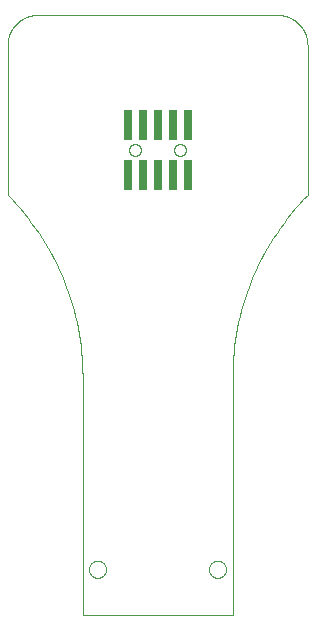
<source format=gbp>
G75*
%MOIN*%
%OFA0B0*%
%FSLAX25Y25*%
%IPPOS*%
%LPD*%
%AMOC8*
5,1,8,0,0,1.08239X$1,22.5*
%
%ADD10C,0.00000*%
%ADD11R,0.02992X0.10236*%
D10*
X0026000Y0001000D02*
X0026000Y0080645D01*
X0025976Y0082676D01*
X0025903Y0084706D01*
X0025783Y0086734D01*
X0025614Y0088759D01*
X0025396Y0090778D01*
X0025131Y0092792D01*
X0024818Y0094799D01*
X0024458Y0096799D01*
X0024049Y0098789D01*
X0023594Y0100768D01*
X0023092Y0102736D01*
X0022543Y0104692D01*
X0021947Y0106634D01*
X0021306Y0108562D01*
X0020618Y0110474D01*
X0019886Y0112368D01*
X0019108Y0114245D01*
X0018287Y0116103D01*
X0017421Y0117940D01*
X0016512Y0119757D01*
X0015559Y0121551D01*
X0014565Y0123322D01*
X0013528Y0125070D01*
X0012450Y0126791D01*
X0011332Y0128487D01*
X0010173Y0130156D01*
X0008975Y0131796D01*
X0007739Y0133408D01*
X0006464Y0134990D01*
X0005152Y0136541D01*
X0003804Y0138060D01*
X0002419Y0139547D01*
X0001000Y0141000D01*
X0001000Y0191000D01*
X0001003Y0191242D01*
X0001012Y0191483D01*
X0001026Y0191724D01*
X0001047Y0191965D01*
X0001073Y0192205D01*
X0001105Y0192445D01*
X0001143Y0192684D01*
X0001186Y0192921D01*
X0001236Y0193158D01*
X0001291Y0193393D01*
X0001351Y0193627D01*
X0001418Y0193859D01*
X0001489Y0194090D01*
X0001567Y0194319D01*
X0001650Y0194546D01*
X0001738Y0194771D01*
X0001832Y0194994D01*
X0001931Y0195214D01*
X0002036Y0195432D01*
X0002145Y0195647D01*
X0002260Y0195860D01*
X0002380Y0196070D01*
X0002505Y0196276D01*
X0002635Y0196480D01*
X0002770Y0196681D01*
X0002910Y0196878D01*
X0003054Y0197072D01*
X0003203Y0197262D01*
X0003357Y0197448D01*
X0003515Y0197631D01*
X0003677Y0197810D01*
X0003844Y0197985D01*
X0004015Y0198156D01*
X0004190Y0198323D01*
X0004369Y0198485D01*
X0004552Y0198643D01*
X0004738Y0198797D01*
X0004928Y0198946D01*
X0005122Y0199090D01*
X0005319Y0199230D01*
X0005520Y0199365D01*
X0005724Y0199495D01*
X0005930Y0199620D01*
X0006140Y0199740D01*
X0006353Y0199855D01*
X0006568Y0199964D01*
X0006786Y0200069D01*
X0007006Y0200168D01*
X0007229Y0200262D01*
X0007454Y0200350D01*
X0007681Y0200433D01*
X0007910Y0200511D01*
X0008141Y0200582D01*
X0008373Y0200649D01*
X0008607Y0200709D01*
X0008842Y0200764D01*
X0009079Y0200814D01*
X0009316Y0200857D01*
X0009555Y0200895D01*
X0009795Y0200927D01*
X0010035Y0200953D01*
X0010276Y0200974D01*
X0010517Y0200988D01*
X0010758Y0200997D01*
X0011000Y0201000D01*
X0091000Y0201000D01*
X0091242Y0200997D01*
X0091483Y0200988D01*
X0091724Y0200974D01*
X0091965Y0200953D01*
X0092205Y0200927D01*
X0092445Y0200895D01*
X0092684Y0200857D01*
X0092921Y0200814D01*
X0093158Y0200764D01*
X0093393Y0200709D01*
X0093627Y0200649D01*
X0093859Y0200582D01*
X0094090Y0200511D01*
X0094319Y0200433D01*
X0094546Y0200350D01*
X0094771Y0200262D01*
X0094994Y0200168D01*
X0095214Y0200069D01*
X0095432Y0199964D01*
X0095647Y0199855D01*
X0095860Y0199740D01*
X0096070Y0199620D01*
X0096276Y0199495D01*
X0096480Y0199365D01*
X0096681Y0199230D01*
X0096878Y0199090D01*
X0097072Y0198946D01*
X0097262Y0198797D01*
X0097448Y0198643D01*
X0097631Y0198485D01*
X0097810Y0198323D01*
X0097985Y0198156D01*
X0098156Y0197985D01*
X0098323Y0197810D01*
X0098485Y0197631D01*
X0098643Y0197448D01*
X0098797Y0197262D01*
X0098946Y0197072D01*
X0099090Y0196878D01*
X0099230Y0196681D01*
X0099365Y0196480D01*
X0099495Y0196276D01*
X0099620Y0196070D01*
X0099740Y0195860D01*
X0099855Y0195647D01*
X0099964Y0195432D01*
X0100069Y0195214D01*
X0100168Y0194994D01*
X0100262Y0194771D01*
X0100350Y0194546D01*
X0100433Y0194319D01*
X0100511Y0194090D01*
X0100582Y0193859D01*
X0100649Y0193627D01*
X0100709Y0193393D01*
X0100764Y0193158D01*
X0100814Y0192921D01*
X0100857Y0192684D01*
X0100895Y0192445D01*
X0100927Y0192205D01*
X0100953Y0191965D01*
X0100974Y0191724D01*
X0100988Y0191483D01*
X0100997Y0191242D01*
X0101000Y0191000D01*
X0101000Y0141000D01*
X0076000Y0080645D02*
X0076000Y0001000D01*
X0026000Y0001000D01*
X0028146Y0016197D02*
X0028148Y0016304D01*
X0028154Y0016410D01*
X0028164Y0016517D01*
X0028178Y0016622D01*
X0028196Y0016728D01*
X0028218Y0016832D01*
X0028243Y0016936D01*
X0028273Y0017038D01*
X0028306Y0017140D01*
X0028343Y0017240D01*
X0028384Y0017338D01*
X0028429Y0017435D01*
X0028477Y0017531D01*
X0028528Y0017624D01*
X0028583Y0017715D01*
X0028642Y0017805D01*
X0028704Y0017892D01*
X0028769Y0017976D01*
X0028837Y0018059D01*
X0028908Y0018138D01*
X0028982Y0018215D01*
X0029059Y0018289D01*
X0029138Y0018360D01*
X0029221Y0018428D01*
X0029305Y0018493D01*
X0029392Y0018555D01*
X0029482Y0018614D01*
X0029573Y0018669D01*
X0029666Y0018720D01*
X0029762Y0018768D01*
X0029859Y0018813D01*
X0029957Y0018854D01*
X0030057Y0018891D01*
X0030159Y0018924D01*
X0030261Y0018954D01*
X0030365Y0018979D01*
X0030469Y0019001D01*
X0030575Y0019019D01*
X0030680Y0019033D01*
X0030787Y0019043D01*
X0030893Y0019049D01*
X0031000Y0019051D01*
X0031107Y0019049D01*
X0031213Y0019043D01*
X0031320Y0019033D01*
X0031425Y0019019D01*
X0031531Y0019001D01*
X0031635Y0018979D01*
X0031739Y0018954D01*
X0031841Y0018924D01*
X0031943Y0018891D01*
X0032043Y0018854D01*
X0032141Y0018813D01*
X0032238Y0018768D01*
X0032334Y0018720D01*
X0032427Y0018669D01*
X0032518Y0018614D01*
X0032608Y0018555D01*
X0032695Y0018493D01*
X0032779Y0018428D01*
X0032862Y0018360D01*
X0032941Y0018289D01*
X0033018Y0018215D01*
X0033092Y0018138D01*
X0033163Y0018059D01*
X0033231Y0017976D01*
X0033296Y0017892D01*
X0033358Y0017805D01*
X0033417Y0017715D01*
X0033472Y0017624D01*
X0033523Y0017531D01*
X0033571Y0017435D01*
X0033616Y0017338D01*
X0033657Y0017240D01*
X0033694Y0017140D01*
X0033727Y0017038D01*
X0033757Y0016936D01*
X0033782Y0016832D01*
X0033804Y0016728D01*
X0033822Y0016622D01*
X0033836Y0016517D01*
X0033846Y0016410D01*
X0033852Y0016304D01*
X0033854Y0016197D01*
X0033852Y0016090D01*
X0033846Y0015984D01*
X0033836Y0015877D01*
X0033822Y0015772D01*
X0033804Y0015666D01*
X0033782Y0015562D01*
X0033757Y0015458D01*
X0033727Y0015356D01*
X0033694Y0015254D01*
X0033657Y0015154D01*
X0033616Y0015056D01*
X0033571Y0014959D01*
X0033523Y0014863D01*
X0033472Y0014770D01*
X0033417Y0014679D01*
X0033358Y0014589D01*
X0033296Y0014502D01*
X0033231Y0014418D01*
X0033163Y0014335D01*
X0033092Y0014256D01*
X0033018Y0014179D01*
X0032941Y0014105D01*
X0032862Y0014034D01*
X0032779Y0013966D01*
X0032695Y0013901D01*
X0032608Y0013839D01*
X0032518Y0013780D01*
X0032427Y0013725D01*
X0032334Y0013674D01*
X0032238Y0013626D01*
X0032141Y0013581D01*
X0032043Y0013540D01*
X0031943Y0013503D01*
X0031841Y0013470D01*
X0031739Y0013440D01*
X0031635Y0013415D01*
X0031531Y0013393D01*
X0031425Y0013375D01*
X0031320Y0013361D01*
X0031213Y0013351D01*
X0031107Y0013345D01*
X0031000Y0013343D01*
X0030893Y0013345D01*
X0030787Y0013351D01*
X0030680Y0013361D01*
X0030575Y0013375D01*
X0030469Y0013393D01*
X0030365Y0013415D01*
X0030261Y0013440D01*
X0030159Y0013470D01*
X0030057Y0013503D01*
X0029957Y0013540D01*
X0029859Y0013581D01*
X0029762Y0013626D01*
X0029666Y0013674D01*
X0029573Y0013725D01*
X0029482Y0013780D01*
X0029392Y0013839D01*
X0029305Y0013901D01*
X0029221Y0013966D01*
X0029138Y0014034D01*
X0029059Y0014105D01*
X0028982Y0014179D01*
X0028908Y0014256D01*
X0028837Y0014335D01*
X0028769Y0014418D01*
X0028704Y0014502D01*
X0028642Y0014589D01*
X0028583Y0014679D01*
X0028528Y0014770D01*
X0028477Y0014863D01*
X0028429Y0014959D01*
X0028384Y0015056D01*
X0028343Y0015154D01*
X0028306Y0015254D01*
X0028273Y0015356D01*
X0028243Y0015458D01*
X0028218Y0015562D01*
X0028196Y0015666D01*
X0028178Y0015772D01*
X0028164Y0015877D01*
X0028154Y0015984D01*
X0028148Y0016090D01*
X0028146Y0016197D01*
X0068146Y0016197D02*
X0068148Y0016304D01*
X0068154Y0016410D01*
X0068164Y0016517D01*
X0068178Y0016622D01*
X0068196Y0016728D01*
X0068218Y0016832D01*
X0068243Y0016936D01*
X0068273Y0017038D01*
X0068306Y0017140D01*
X0068343Y0017240D01*
X0068384Y0017338D01*
X0068429Y0017435D01*
X0068477Y0017531D01*
X0068528Y0017624D01*
X0068583Y0017715D01*
X0068642Y0017805D01*
X0068704Y0017892D01*
X0068769Y0017976D01*
X0068837Y0018059D01*
X0068908Y0018138D01*
X0068982Y0018215D01*
X0069059Y0018289D01*
X0069138Y0018360D01*
X0069221Y0018428D01*
X0069305Y0018493D01*
X0069392Y0018555D01*
X0069482Y0018614D01*
X0069573Y0018669D01*
X0069666Y0018720D01*
X0069762Y0018768D01*
X0069859Y0018813D01*
X0069957Y0018854D01*
X0070057Y0018891D01*
X0070159Y0018924D01*
X0070261Y0018954D01*
X0070365Y0018979D01*
X0070469Y0019001D01*
X0070575Y0019019D01*
X0070680Y0019033D01*
X0070787Y0019043D01*
X0070893Y0019049D01*
X0071000Y0019051D01*
X0071107Y0019049D01*
X0071213Y0019043D01*
X0071320Y0019033D01*
X0071425Y0019019D01*
X0071531Y0019001D01*
X0071635Y0018979D01*
X0071739Y0018954D01*
X0071841Y0018924D01*
X0071943Y0018891D01*
X0072043Y0018854D01*
X0072141Y0018813D01*
X0072238Y0018768D01*
X0072334Y0018720D01*
X0072427Y0018669D01*
X0072518Y0018614D01*
X0072608Y0018555D01*
X0072695Y0018493D01*
X0072779Y0018428D01*
X0072862Y0018360D01*
X0072941Y0018289D01*
X0073018Y0018215D01*
X0073092Y0018138D01*
X0073163Y0018059D01*
X0073231Y0017976D01*
X0073296Y0017892D01*
X0073358Y0017805D01*
X0073417Y0017715D01*
X0073472Y0017624D01*
X0073523Y0017531D01*
X0073571Y0017435D01*
X0073616Y0017338D01*
X0073657Y0017240D01*
X0073694Y0017140D01*
X0073727Y0017038D01*
X0073757Y0016936D01*
X0073782Y0016832D01*
X0073804Y0016728D01*
X0073822Y0016622D01*
X0073836Y0016517D01*
X0073846Y0016410D01*
X0073852Y0016304D01*
X0073854Y0016197D01*
X0073852Y0016090D01*
X0073846Y0015984D01*
X0073836Y0015877D01*
X0073822Y0015772D01*
X0073804Y0015666D01*
X0073782Y0015562D01*
X0073757Y0015458D01*
X0073727Y0015356D01*
X0073694Y0015254D01*
X0073657Y0015154D01*
X0073616Y0015056D01*
X0073571Y0014959D01*
X0073523Y0014863D01*
X0073472Y0014770D01*
X0073417Y0014679D01*
X0073358Y0014589D01*
X0073296Y0014502D01*
X0073231Y0014418D01*
X0073163Y0014335D01*
X0073092Y0014256D01*
X0073018Y0014179D01*
X0072941Y0014105D01*
X0072862Y0014034D01*
X0072779Y0013966D01*
X0072695Y0013901D01*
X0072608Y0013839D01*
X0072518Y0013780D01*
X0072427Y0013725D01*
X0072334Y0013674D01*
X0072238Y0013626D01*
X0072141Y0013581D01*
X0072043Y0013540D01*
X0071943Y0013503D01*
X0071841Y0013470D01*
X0071739Y0013440D01*
X0071635Y0013415D01*
X0071531Y0013393D01*
X0071425Y0013375D01*
X0071320Y0013361D01*
X0071213Y0013351D01*
X0071107Y0013345D01*
X0071000Y0013343D01*
X0070893Y0013345D01*
X0070787Y0013351D01*
X0070680Y0013361D01*
X0070575Y0013375D01*
X0070469Y0013393D01*
X0070365Y0013415D01*
X0070261Y0013440D01*
X0070159Y0013470D01*
X0070057Y0013503D01*
X0069957Y0013540D01*
X0069859Y0013581D01*
X0069762Y0013626D01*
X0069666Y0013674D01*
X0069573Y0013725D01*
X0069482Y0013780D01*
X0069392Y0013839D01*
X0069305Y0013901D01*
X0069221Y0013966D01*
X0069138Y0014034D01*
X0069059Y0014105D01*
X0068982Y0014179D01*
X0068908Y0014256D01*
X0068837Y0014335D01*
X0068769Y0014418D01*
X0068704Y0014502D01*
X0068642Y0014589D01*
X0068583Y0014679D01*
X0068528Y0014770D01*
X0068477Y0014863D01*
X0068429Y0014959D01*
X0068384Y0015056D01*
X0068343Y0015154D01*
X0068306Y0015254D01*
X0068273Y0015356D01*
X0068243Y0015458D01*
X0068218Y0015562D01*
X0068196Y0015666D01*
X0068178Y0015772D01*
X0068164Y0015877D01*
X0068154Y0015984D01*
X0068148Y0016090D01*
X0068146Y0016197D01*
X0076000Y0080645D02*
X0076024Y0082676D01*
X0076097Y0084706D01*
X0076217Y0086734D01*
X0076386Y0088759D01*
X0076604Y0090778D01*
X0076869Y0092792D01*
X0077182Y0094799D01*
X0077542Y0096799D01*
X0077951Y0098789D01*
X0078406Y0100768D01*
X0078908Y0102736D01*
X0079457Y0104692D01*
X0080053Y0106634D01*
X0080694Y0108562D01*
X0081382Y0110474D01*
X0082114Y0112368D01*
X0082892Y0114245D01*
X0083713Y0116103D01*
X0084579Y0117940D01*
X0085488Y0119757D01*
X0086441Y0121551D01*
X0087435Y0123322D01*
X0088472Y0125070D01*
X0089550Y0126791D01*
X0090668Y0128487D01*
X0091827Y0130156D01*
X0093025Y0131796D01*
X0094261Y0133408D01*
X0095536Y0134990D01*
X0096848Y0136541D01*
X0098196Y0138060D01*
X0099581Y0139547D01*
X0101000Y0141000D01*
X0056531Y0156000D02*
X0056533Y0156088D01*
X0056539Y0156176D01*
X0056549Y0156264D01*
X0056563Y0156352D01*
X0056580Y0156438D01*
X0056602Y0156524D01*
X0056627Y0156608D01*
X0056657Y0156692D01*
X0056689Y0156774D01*
X0056726Y0156854D01*
X0056766Y0156933D01*
X0056810Y0157010D01*
X0056857Y0157085D01*
X0056907Y0157157D01*
X0056961Y0157228D01*
X0057017Y0157295D01*
X0057077Y0157361D01*
X0057139Y0157423D01*
X0057205Y0157483D01*
X0057272Y0157539D01*
X0057343Y0157593D01*
X0057415Y0157643D01*
X0057490Y0157690D01*
X0057567Y0157734D01*
X0057646Y0157774D01*
X0057726Y0157811D01*
X0057808Y0157843D01*
X0057892Y0157873D01*
X0057976Y0157898D01*
X0058062Y0157920D01*
X0058148Y0157937D01*
X0058236Y0157951D01*
X0058324Y0157961D01*
X0058412Y0157967D01*
X0058500Y0157969D01*
X0058588Y0157967D01*
X0058676Y0157961D01*
X0058764Y0157951D01*
X0058852Y0157937D01*
X0058938Y0157920D01*
X0059024Y0157898D01*
X0059108Y0157873D01*
X0059192Y0157843D01*
X0059274Y0157811D01*
X0059354Y0157774D01*
X0059433Y0157734D01*
X0059510Y0157690D01*
X0059585Y0157643D01*
X0059657Y0157593D01*
X0059728Y0157539D01*
X0059795Y0157483D01*
X0059861Y0157423D01*
X0059923Y0157361D01*
X0059983Y0157295D01*
X0060039Y0157228D01*
X0060093Y0157157D01*
X0060143Y0157085D01*
X0060190Y0157010D01*
X0060234Y0156933D01*
X0060274Y0156854D01*
X0060311Y0156774D01*
X0060343Y0156692D01*
X0060373Y0156608D01*
X0060398Y0156524D01*
X0060420Y0156438D01*
X0060437Y0156352D01*
X0060451Y0156264D01*
X0060461Y0156176D01*
X0060467Y0156088D01*
X0060469Y0156000D01*
X0060467Y0155912D01*
X0060461Y0155824D01*
X0060451Y0155736D01*
X0060437Y0155648D01*
X0060420Y0155562D01*
X0060398Y0155476D01*
X0060373Y0155392D01*
X0060343Y0155308D01*
X0060311Y0155226D01*
X0060274Y0155146D01*
X0060234Y0155067D01*
X0060190Y0154990D01*
X0060143Y0154915D01*
X0060093Y0154843D01*
X0060039Y0154772D01*
X0059983Y0154705D01*
X0059923Y0154639D01*
X0059861Y0154577D01*
X0059795Y0154517D01*
X0059728Y0154461D01*
X0059657Y0154407D01*
X0059585Y0154357D01*
X0059510Y0154310D01*
X0059433Y0154266D01*
X0059354Y0154226D01*
X0059274Y0154189D01*
X0059192Y0154157D01*
X0059108Y0154127D01*
X0059024Y0154102D01*
X0058938Y0154080D01*
X0058852Y0154063D01*
X0058764Y0154049D01*
X0058676Y0154039D01*
X0058588Y0154033D01*
X0058500Y0154031D01*
X0058412Y0154033D01*
X0058324Y0154039D01*
X0058236Y0154049D01*
X0058148Y0154063D01*
X0058062Y0154080D01*
X0057976Y0154102D01*
X0057892Y0154127D01*
X0057808Y0154157D01*
X0057726Y0154189D01*
X0057646Y0154226D01*
X0057567Y0154266D01*
X0057490Y0154310D01*
X0057415Y0154357D01*
X0057343Y0154407D01*
X0057272Y0154461D01*
X0057205Y0154517D01*
X0057139Y0154577D01*
X0057077Y0154639D01*
X0057017Y0154705D01*
X0056961Y0154772D01*
X0056907Y0154843D01*
X0056857Y0154915D01*
X0056810Y0154990D01*
X0056766Y0155067D01*
X0056726Y0155146D01*
X0056689Y0155226D01*
X0056657Y0155308D01*
X0056627Y0155392D01*
X0056602Y0155476D01*
X0056580Y0155562D01*
X0056563Y0155648D01*
X0056549Y0155736D01*
X0056539Y0155824D01*
X0056533Y0155912D01*
X0056531Y0156000D01*
X0041531Y0156000D02*
X0041533Y0156088D01*
X0041539Y0156176D01*
X0041549Y0156264D01*
X0041563Y0156352D01*
X0041580Y0156438D01*
X0041602Y0156524D01*
X0041627Y0156608D01*
X0041657Y0156692D01*
X0041689Y0156774D01*
X0041726Y0156854D01*
X0041766Y0156933D01*
X0041810Y0157010D01*
X0041857Y0157085D01*
X0041907Y0157157D01*
X0041961Y0157228D01*
X0042017Y0157295D01*
X0042077Y0157361D01*
X0042139Y0157423D01*
X0042205Y0157483D01*
X0042272Y0157539D01*
X0042343Y0157593D01*
X0042415Y0157643D01*
X0042490Y0157690D01*
X0042567Y0157734D01*
X0042646Y0157774D01*
X0042726Y0157811D01*
X0042808Y0157843D01*
X0042892Y0157873D01*
X0042976Y0157898D01*
X0043062Y0157920D01*
X0043148Y0157937D01*
X0043236Y0157951D01*
X0043324Y0157961D01*
X0043412Y0157967D01*
X0043500Y0157969D01*
X0043588Y0157967D01*
X0043676Y0157961D01*
X0043764Y0157951D01*
X0043852Y0157937D01*
X0043938Y0157920D01*
X0044024Y0157898D01*
X0044108Y0157873D01*
X0044192Y0157843D01*
X0044274Y0157811D01*
X0044354Y0157774D01*
X0044433Y0157734D01*
X0044510Y0157690D01*
X0044585Y0157643D01*
X0044657Y0157593D01*
X0044728Y0157539D01*
X0044795Y0157483D01*
X0044861Y0157423D01*
X0044923Y0157361D01*
X0044983Y0157295D01*
X0045039Y0157228D01*
X0045093Y0157157D01*
X0045143Y0157085D01*
X0045190Y0157010D01*
X0045234Y0156933D01*
X0045274Y0156854D01*
X0045311Y0156774D01*
X0045343Y0156692D01*
X0045373Y0156608D01*
X0045398Y0156524D01*
X0045420Y0156438D01*
X0045437Y0156352D01*
X0045451Y0156264D01*
X0045461Y0156176D01*
X0045467Y0156088D01*
X0045469Y0156000D01*
X0045467Y0155912D01*
X0045461Y0155824D01*
X0045451Y0155736D01*
X0045437Y0155648D01*
X0045420Y0155562D01*
X0045398Y0155476D01*
X0045373Y0155392D01*
X0045343Y0155308D01*
X0045311Y0155226D01*
X0045274Y0155146D01*
X0045234Y0155067D01*
X0045190Y0154990D01*
X0045143Y0154915D01*
X0045093Y0154843D01*
X0045039Y0154772D01*
X0044983Y0154705D01*
X0044923Y0154639D01*
X0044861Y0154577D01*
X0044795Y0154517D01*
X0044728Y0154461D01*
X0044657Y0154407D01*
X0044585Y0154357D01*
X0044510Y0154310D01*
X0044433Y0154266D01*
X0044354Y0154226D01*
X0044274Y0154189D01*
X0044192Y0154157D01*
X0044108Y0154127D01*
X0044024Y0154102D01*
X0043938Y0154080D01*
X0043852Y0154063D01*
X0043764Y0154049D01*
X0043676Y0154039D01*
X0043588Y0154033D01*
X0043500Y0154031D01*
X0043412Y0154033D01*
X0043324Y0154039D01*
X0043236Y0154049D01*
X0043148Y0154063D01*
X0043062Y0154080D01*
X0042976Y0154102D01*
X0042892Y0154127D01*
X0042808Y0154157D01*
X0042726Y0154189D01*
X0042646Y0154226D01*
X0042567Y0154266D01*
X0042490Y0154310D01*
X0042415Y0154357D01*
X0042343Y0154407D01*
X0042272Y0154461D01*
X0042205Y0154517D01*
X0042139Y0154577D01*
X0042077Y0154639D01*
X0042017Y0154705D01*
X0041961Y0154772D01*
X0041907Y0154843D01*
X0041857Y0154915D01*
X0041810Y0154990D01*
X0041766Y0155067D01*
X0041726Y0155146D01*
X0041689Y0155226D01*
X0041657Y0155308D01*
X0041627Y0155392D01*
X0041602Y0155476D01*
X0041580Y0155562D01*
X0041563Y0155648D01*
X0041549Y0155736D01*
X0041539Y0155824D01*
X0041533Y0155912D01*
X0041531Y0156000D01*
D11*
X0041000Y0147535D03*
X0046000Y0147535D03*
X0051000Y0147535D03*
X0056000Y0147535D03*
X0061000Y0147535D03*
X0061000Y0164465D03*
X0056000Y0164465D03*
X0051000Y0164465D03*
X0046000Y0164465D03*
X0041000Y0164465D03*
M02*

</source>
